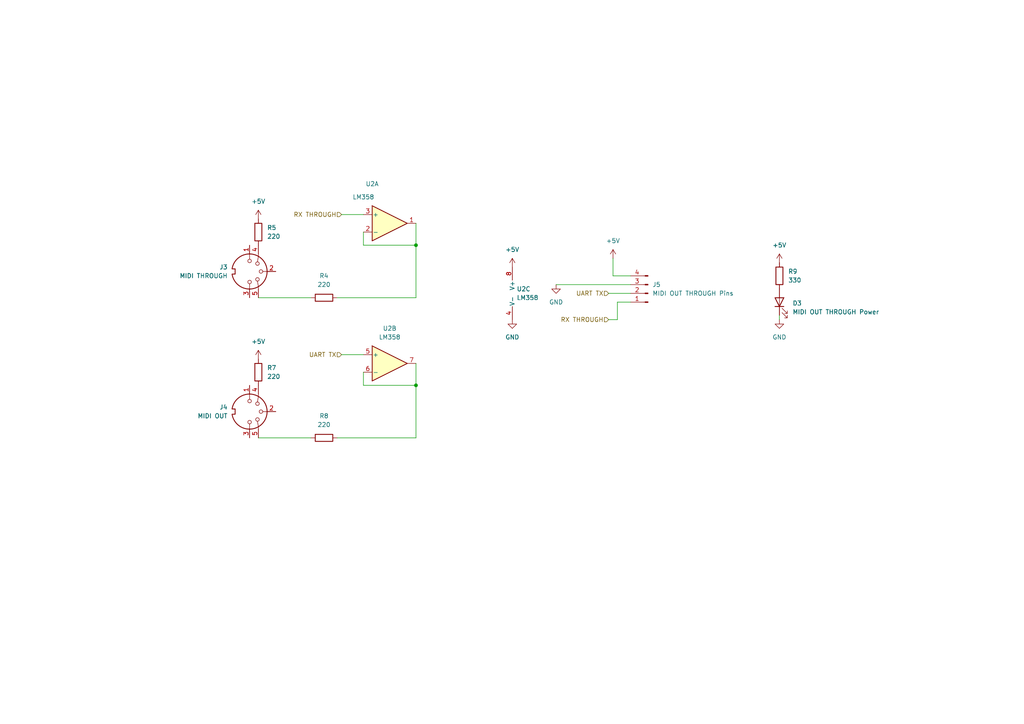
<source format=kicad_sch>
(kicad_sch (version 20230121) (generator eeschema)
  (paper "A4")
  (lib_symbols
    (symbol "Amplifier_Operational:LM358" (pin_names (offset 0.127))
      (property "Reference" "U" (at 0 5.08 0))
      (property "Value" "LM358" (at 0 -5.08 0))
      (symbol "LM358_1_1"
        (polyline (pts (xy -5.08 5.08) (xy 5.08 0) (xy -5.08 -5.08) (xy -5.08 5.08)) (stroke (width 0.254)) (fill (type background)))
        (pin output line (at 7.62 0 180) (length 2.54) (name "~") (number "1"))
        (pin input line (at -7.62 -2.54 0) (length 2.54) (name "-") (number "2"))
        (pin input line (at -7.62 2.54 0) (length 2.54) (name "+") (number "3"))
      )
      (symbol "LM358_2_1"
        (polyline (pts (xy -5.08 5.08) (xy 5.08 0) (xy -5.08 -5.08) (xy -5.08 5.08)) (stroke (width 0.254)) (fill (type background)))
        (pin input line (at -7.62 2.54 0) (length 2.54) (name "+") (number "5"))
        (pin input line (at -7.62 -2.54 0) (length 2.54) (name "-") (number "6"))
        (pin output line (at 7.62 0 180) (length 2.54) (name "~") (number "7"))
      )
      (symbol "LM358_3_1"
        (pin power_in line (at -2.54 -7.62 90) (length 3.81) (name "V-") (number "4"))
        (pin power_in line (at -2.54 7.62 270) (length 3.81) (name "V+") (number "8"))
      )
    )
    (symbol "Connector:Conn_01x04_Pin" (pin_names (offset 1.016) hide)
      (property "Reference" "J" (at 0 5.08 0))
      (property "Value" "Conn_01x04_Pin" (at 0 -7.62 0))
      (symbol "Conn_01x04_Pin_1_1"
        (polyline (pts (xy 1.27 -5.08) (xy 0.8636 -5.08)) (stroke (width 0.1524)))
        (polyline (pts (xy 1.27 -2.54) (xy 0.8636 -2.54)) (stroke (width 0.1524)))
        (polyline (pts (xy 1.27 0) (xy 0.8636 0)) (stroke (width 0.1524)))
        (polyline (pts (xy 1.27 2.54) (xy 0.8636 2.54)) (stroke (width 0.1524)))
        (rectangle (start 0.8636 -4.953) (end 0 -5.207) (stroke (width 0.1524)) (fill (type outline)))
        (rectangle (start 0.8636 -2.413) (end 0 -2.667) (stroke (width 0.1524)) (fill (type outline)))
        (rectangle (start 0.8636 0.127) (end 0 -0.127) (stroke (width 0.1524)) (fill (type outline)))
        (rectangle (start 0.8636 2.667) (end 0 2.413) (stroke (width 0.1524)) (fill (type outline)))
        (pin passive line (at 5.08 2.54 180) (length 3.81) (name "Pin_1") (number "1"))
        (pin passive line (at 5.08 0 180) (length 3.81) (name "Pin_2") (number "2"))
        (pin passive line (at 5.08 -2.54 180) (length 3.81) (name "Pin_3") (number "3"))
        (pin passive line (at 5.08 -5.08 180) (length 3.81) (name "Pin_4") (number "4"))
      )
    )
    (symbol "Connector:DIN-5_180degree" (pin_names (offset 1.016))
      (property "Reference" "J" (at 3.175 5.715 0))
      (property "Value" "DIN-5_180degree" (at 0 -6.35 0))
      (symbol "DIN-5_180degree_0_1"
        (arc (start -5.08 0) (mid -3.8609 -3.3364) (end -0.762 -5.08) (stroke (width 0.254)))
        (circle (center -3.048 0) (radius 0.508))
        (circle (center -2.286 2.286) (radius 0.508))
        (polyline (pts (xy -5.08 0) (xy -3.556 0)))
        (polyline (pts (xy 0 5.08) (xy 0 3.81)))
        (polyline (pts (xy 5.08 0) (xy 3.556 0)))
        (polyline (pts (xy -5.08 2.54) (xy -4.318 2.54) (xy -2.794 2.286)))
        (polyline (pts (xy 5.08 2.54) (xy 4.318 2.54) (xy 2.794 2.286)))
        (polyline (pts (xy -0.762 -4.953) (xy -0.762 -4.191) (xy 0.762 -4.191) (xy 0.762 -4.953)) (stroke (width 0.254)))
        (circle (center 0 3.302) (radius 0.508))
        (arc (start 0.762 -5.08) (mid 3.8685 -3.343) (end 5.08 0) (stroke (width 0.254)))
        (circle (center 2.286 2.286) (radius 0.508))
        (circle (center 3.048 0) (radius 0.508))
        (arc (start 5.08 0) (mid 0 5.0579) (end -5.08 0) (stroke (width 0.254)))
      )
      (symbol "DIN-5_180degree_1_1"
        (pin passive line (at -7.62 0 0) (length 2.54) (name "~") (number "1"))
        (pin passive line (at 0 7.62 270) (length 2.54) (name "~") (number "2"))
        (pin passive line (at 7.62 0 180) (length 2.54) (name "~") (number "3"))
        (pin passive line (at -7.62 2.54 0) (length 2.54) (name "~") (number "4"))
        (pin passive line (at 7.62 2.54 180) (length 2.54) (name "~") (number "5"))
      )
    )
    (symbol "Device:LED" (pin_numbers hide) (pin_names (offset 1.016) hide)
      (property "Reference" "D" (at 0 2.54 0))
      (property "Value" "LED" (at 0 -2.54 0))
      (symbol "LED_0_1"
        (polyline (pts (xy -1.27 -1.27) (xy -1.27 1.27)) (stroke (width 0.254)))
        (polyline (pts (xy -1.27 0) (xy 1.27 0)))
        (polyline (pts (xy 1.27 -1.27) (xy 1.27 1.27) (xy -1.27 0) (xy 1.27 -1.27)) (stroke (width 0.254)))
        (polyline (pts (xy -3.048 -0.762) (xy -4.572 -2.286) (xy -3.81 -2.286) (xy -4.572 -2.286) (xy -4.572 -1.524)))
        (polyline (pts (xy -1.778 -0.762) (xy -3.302 -2.286) (xy -2.54 -2.286) (xy -3.302 -2.286) (xy -3.302 -1.524)))
      )
      (symbol "LED_1_1"
        (pin passive line (at -3.81 0 0) (length 2.54) (name "K") (number "1"))
        (pin passive line (at 3.81 0 180) (length 2.54) (name "A") (number "2"))
      )
    )
    (symbol "Device:R" (pin_numbers hide) (pin_names (offset 0))
      (property "Reference" "R" (at 2.032 0 90))
      (property "Value" "R" (at 0 0 90))
      (symbol "R_0_1"
        (rectangle (start -1.016 -2.54) (end 1.016 2.54) (stroke (width 0.254)))
      )
      (symbol "R_1_1"
        (pin passive line (at 0 3.81 270) (length 1.27) (name "~") (number "1"))
        (pin passive line (at 0 -3.81 90) (length 1.27) (name "~") (number "2"))
      )
    )
    (symbol "power:+5V" (power) (pin_names (offset 0))
      (property "Value" "+5V" (at 0 3.556 0))
      (symbol "+5V_0_1"
        (polyline (pts (xy -0.762 1.27) (xy 0 2.54)))
        (polyline (pts (xy 0 0) (xy 0 2.54)))
        (polyline (pts (xy 0 2.54) (xy 0.762 1.27)))
      )
      (symbol "+5V_1_1"
        (pin power_in line (at 0 0 90) (length 0) hide (name "+5V") (number "1"))
      )
    )
    (symbol "power:GND" (power) (pin_names (offset 0))
      (property "Value" "GND" (at 0 -3.81 0))
      (symbol "GND_0_1"
        (polyline (pts (xy 0 0) (xy 0 -1.27) (xy 1.27 -1.27) (xy 0 -2.54) (xy -1.27 -1.27) (xy 0 -1.27)))
      )
      (symbol "GND_1_1"
        (pin power_in line (at 0 0 270) (length 0) hide (name "GND") (number "1"))
      )
    )
  )
  (junction (at 120.65 111.76))
  (junction (at 120.65 71.12))
  (wire (pts (xy 120.65 111.76) (xy 120.65 105.41)))
  (wire (pts (xy 105.41 67.31) (xy 105.41 71.12)))
  (wire (pts (xy 120.65 127) (xy 120.65 111.76)))
  (wire (pts (xy 105.41 111.76) (xy 120.65 111.76)))
  (wire (pts (xy 226.06 91.44) (xy 226.06 92.71)))
  (wire (pts (xy 179.07 92.71) (xy 179.07 87.63)))
  (wire (pts (xy 99.06 102.87) (xy 105.41 102.87)))
  (wire (pts (xy 161.29 82.55) (xy 182.88 82.55)))
  (wire (pts (xy 120.65 86.36) (xy 120.65 71.12)))
  (wire (pts (xy 177.8 80.01) (xy 182.88 80.01)))
  (wire (pts (xy 105.41 71.12) (xy 120.65 71.12)))
  (wire (pts (xy 176.53 85.09) (xy 182.88 85.09)))
  (wire (pts (xy 74.93 86.36) (xy 90.17 86.36)))
  (wire (pts (xy 97.79 127) (xy 120.65 127)))
  (wire (pts (xy 179.07 87.63) (xy 182.88 87.63)))
  (wire (pts (xy 120.65 71.12) (xy 120.65 64.77)))
  (wire (pts (xy 176.53 92.71) (xy 179.07 92.71)))
  (wire (pts (xy 177.8 74.93) (xy 177.8 80.01)))
  (wire (pts (xy 74.93 127) (xy 90.17 127)))
  (wire (pts (xy 99.06 62.23) (xy 105.41 62.23)))
  (wire (pts (xy 105.41 107.95) (xy 105.41 111.76)))
  (wire (pts (xy 97.79 86.36) (xy 120.65 86.36)))
  (hierarchical_label "UART TX" (shape input) (at 99.06 102.87 180))
  (hierarchical_label "UART TX" (shape input) (at 176.53 85.09 180))
  (hierarchical_label "RX THROUGH" (shape input) (at 176.53 92.71 180))
  (hierarchical_label "RX THROUGH" (shape input) (at 99.06 62.23 180))
  (symbol (lib_id "Device:R") (at 93.98 127 90) (unit 1)
    (property "Reference" "R8" (at 93.98 120.65 90))
    (property "Value" "220" (at 93.98 123.19 90))
    (property "Footprint" "Resistor_THT:R_Axial_DIN0204_L3.6mm_D1.6mm_P7.62mm_Horizontal" (effects hide))
  )
  (symbol (lib_id "Device:R") (at 74.93 107.95 180) (unit 1)
    (property "Reference" "R7" (at 77.47 106.68 0) (effects (justify right)))
    (property "Value" "220" (at 77.47 109.22 0) (effects (justify right)))
    (property "Footprint" "Resistor_THT:R_Axial_DIN0204_L3.6mm_D1.6mm_P7.62mm_Horizontal" (effects hide))
    (instances (project "midi-in" (path "" (reference "R7") (unit 1)) (path "" (reference "R5") (unit 1))))
  )
  (symbol (lib_id "power:+5V") (at 74.93 63.5 0) (unit 1)
    (property "Reference" "#PWR010" (effects hide))
    (property "Value" "+5V" (at 74.93 58.42 0))
    (instances (project "midi-in" (path "" (reference "#PWR010") (unit 1)) (path "" (reference "#PWR08") (unit 1))))
  )
  (symbol (lib_id "Connector:DIN-5_180degree") (at 72.39 119.38 270) (unit 1)
    (property "Reference" "J4" (at 66.04 118.1101 90) (effects (justify right)))
    (property "Value" "MIDI OUT" (at 66.04 120.6501 90) (effects (justify right)))
    (property "Footprint" "Connector_PinHeader_2.54mm:PinHeader_1x05_P2.54mm_Vertical" (effects hide))
    (property "Datasheet" "http://www.mouser.com/ds/2/18/40_c091_abd_e-75918.pdf" (effects hide))
  )
  (symbol (lib_id "Connector:Conn_01x04_Pin") (at 187.96 85.09 180) (unit 1)
    (property "Reference" "J5" (at 189.23 82.55 0) (effects (justify right)))
    (property "Value" "MIDI OUT THROUGH Pins" (at 189.23 85.09 0) (effects (justify right)))
    (property "Footprint" "Connector_PinHeader_2.54mm:PinHeader_1x04_P2.54mm_Vertical" (effects hide))
  )
  (symbol (lib_id "power:GND") (at 148.59 92.71 0) (unit 1)
    (property "Reference" "#PWR09" (effects hide))
    (property "Value" "GND" (at 148.59 97.79 0))
    (instances (project "midi-in" (path "" (reference "#PWR09") (unit 1)) (path "" (reference "#PWR011") (unit 1))))
  )
  (symbol (lib_id "Device:R") (at 74.93 67.31 180) (unit 1)
    (property "Reference" "R5" (at 77.47 66.04 0) (effects (justify right)))
    (property "Value" "220" (at 77.47 68.58 0) (effects (justify right)))
    (property "Footprint" "Resistor_THT:R_Axial_DIN0204_L3.6mm_D1.6mm_P7.62mm_Horizontal" (effects hide))
    (instances (project "midi-in" (path "" (reference "R5") (unit 1)) (path "" (reference "R4") (unit 1))))
  )
  (symbol (lib_id "Connector:DIN-5_180degree") (at 72.39 78.74 270) (unit 1)
    (property "Reference" "J3" (at 66.04 77.4701 90) (effects (justify right)))
    (property "Value" "MIDI THROUGH" (at 66.04 80.0101 90) (effects (justify right)))
    (property "Footprint" "Connector_PinHeader_2.54mm:PinHeader_1x05_P2.54mm_Vertical" (effects hide))
    (property "Datasheet" "http://www.mouser.com/ds/2/18/40_c091_abd_e-75918.pdf" (effects hide))
  )
  (symbol (lib_id "Amplifier_Operational:LM358") (at 113.03 105.41 0) (unit 2)
    (property "Reference" "U2" (at 113.03 95.25 0))
    (property "Value" "LM358" (at 113.03 97.79 0))
    (property "Datasheet" "http://www.ti.com/lit/ds/symlink/lm2904-n.pdf" (effects hide))
  )
  (symbol (lib_id "Device:R") (at 93.98 86.36 90) (unit 1)
    (property "Reference" "R4" (at 93.98 80.01 90))
    (property "Value" "220" (at 93.98 82.55 90))
    (property "Footprint" "Resistor_THT:R_Axial_DIN0204_L3.6mm_D1.6mm_P7.62mm_Horizontal" (effects hide))
    (instances (project "midi-in" (path "" (reference "R4") (unit 1)) (path "" (reference "R7") (unit 1))))
  )
  (symbol (lib_id "power:+5V") (at 177.8 74.93 0) (unit 1)
    (property "Reference" "#PWR012" (effects hide))
    (property "Value" "+5V" (at 177.8 69.85 0))
    (instances (project "midi-in" (path "" (reference "#PWR012") (unit 1)) (path "" (reference "#PWR013") (unit 1))))
  )
  (symbol (lib_id "power:+5V") (at 148.59 77.47 0) (unit 1)
    (property "Reference" "#PWR08" (effects hide))
    (property "Value" "+5V" (at 148.59 72.39 0))
    (instances (project "midi-in" (path "" (reference "#PWR08") (unit 1)) (path "" (reference "#PWR010") (unit 1))))
  )
  (symbol (lib_id "Amplifier_Operational:LM358") (at 113.03 64.77 0) (unit 1)
    (property "Reference" "U2" (at 107.95 53.34 0))
    (property "Value" "LM358" (at 105.41 57.15 0))
    (property "Datasheet" "http://www.ti.com/lit/ds/symlink/lm2904-n.pdf" (effects hide))
  )
  (symbol (lib_id "Amplifier_Operational:LM358") (at 151.13 85.09 0) (unit 3)
    (property "Reference" "U2" (at 149.86 83.82 0) (effects (justify left)))
    (property "Value" "LM358" (at 149.86 86.36 0) (effects (justify left)))
    (property "Datasheet" "http://www.ti.com/lit/ds/symlink/lm2904-n.pdf" (effects hide))
  )
  (symbol (lib_id "power:GND") (at 161.29 82.55 0) (unit 1)
    (property "Reference" "#PWR013" (effects hide))
    (property "Value" "GND" (at 161.29 87.63 0))
    (instances (project "midi-in" (path "" (reference "#PWR013") (unit 1)) (path "" (reference "#PWR012") (unit 1))))
  )
  (symbol (lib_id "power:GND") (at 226.06 92.71 0) (unit 1)
    (property "Reference" "#PWR017" (effects hide))
    (property "Value" "GND" (at 226.06 97.79 0))
    (instances (project "midi-in" (path "" (reference "#PWR017") (unit 1)) (path "" (reference "#PWR015") (unit 1))))
  )
  (symbol (lib_id "Device:R") (at 226.06 80.01 180) (unit 1)
    (property "Reference" "R9" (at 228.6 78.74 0) (effects (justify right)))
    (property "Value" "330" (at 228.6 81.28 0) (effects (justify right)))
    (property "Footprint" "Resistor_THT:R_Axial_DIN0204_L3.6mm_D1.6mm_P7.62mm_Horizontal" (effects hide))
  )
  (symbol (lib_id "Device:LED") (at 226.06 87.63 90) (unit 1)
    (property "Reference" "D3" (at 229.87 87.9475 90) (effects (justify right)))
    (property "Value" "MIDI OUT THROUGH Power" (at 229.87 90.4875 90) (effects (justify right)))
  )
  (symbol (lib_id "power:+5V") (at 226.06 76.2 0) (unit 1)
    (property "Reference" "#PWR016" (effects hide))
    (property "Value" "+5V" (at 226.06 71.12 0))
    (instances (project "midi-in" (path "" (reference "#PWR016") (unit 1)) (path "" (reference "#PWR014") (unit 1))))
  )
  (symbol (lib_id "power:+5V") (at 74.93 104.14 0) (unit 1)
    (property "Reference" "#PWR011" (effects hide))
    (property "Value" "+5V" (at 74.93 99.06 0))
    (instances (project "midi-in" (path "" (reference "#PWR011") (unit 1)) (path "" (reference "#PWR09") (unit 1))))
  )
)
</source>
